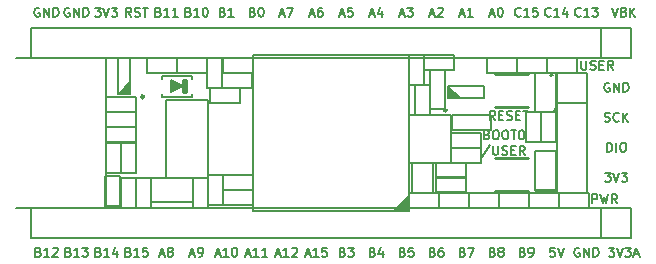
<source format=gbr>
G04 #@! TF.FileFunction,Legend,Top*
%FSLAX46Y46*%
G04 Gerber Fmt 4.6, Leading zero omitted, Abs format (unit mm)*
G04 Created by KiCad (PCBNEW 4.0.7-e2-6376~58~ubuntu16.04.1) date Sun Feb  4 19:42:12 2018*
%MOMM*%
%LPD*%
G01*
G04 APERTURE LIST*
%ADD10C,0.100000*%
%ADD11C,0.162560*%
%ADD12C,0.254000*%
%ADD13C,0.127000*%
G04 APERTURE END LIST*
D10*
D11*
X50405454Y22013650D02*
X50662841Y21241490D01*
X50920227Y22013650D01*
X51435000Y21645954D02*
X51545309Y21609185D01*
X51582078Y21572415D01*
X51618848Y21498876D01*
X51618848Y21388568D01*
X51582078Y21315029D01*
X51545309Y21278259D01*
X51471770Y21241490D01*
X51177614Y21241490D01*
X51177614Y22013650D01*
X51435000Y22013650D01*
X51508539Y21976880D01*
X51545309Y21940110D01*
X51582078Y21866571D01*
X51582078Y21793032D01*
X51545309Y21719493D01*
X51508539Y21682724D01*
X51435000Y21645954D01*
X51177614Y21645954D01*
X51949774Y21241490D02*
X51949774Y22013650D01*
X52391008Y21241490D02*
X52060082Y21682724D01*
X52391008Y22013650D02*
X51949774Y21572415D01*
X47763612Y21314229D02*
X47726842Y21277459D01*
X47616534Y21240690D01*
X47542995Y21240690D01*
X47432686Y21277459D01*
X47359147Y21350998D01*
X47322378Y21424537D01*
X47285608Y21571615D01*
X47285608Y21681924D01*
X47322378Y21829002D01*
X47359147Y21902541D01*
X47432686Y21976080D01*
X47542995Y22012850D01*
X47616534Y22012850D01*
X47726842Y21976080D01*
X47763612Y21939310D01*
X48499002Y21240690D02*
X48057768Y21240690D01*
X48278385Y21240690D02*
X48278385Y22012850D01*
X48204846Y21902541D01*
X48131307Y21829002D01*
X48057768Y21792232D01*
X48756389Y22012850D02*
X49234392Y22012850D01*
X48977006Y21718693D01*
X49087314Y21718693D01*
X49160853Y21681924D01*
X49197623Y21645154D01*
X49234392Y21571615D01*
X49234392Y21387768D01*
X49197623Y21314229D01*
X49160853Y21277459D01*
X49087314Y21240690D01*
X48866697Y21240690D01*
X48793158Y21277459D01*
X48756389Y21314229D01*
X45223612Y21314229D02*
X45186842Y21277459D01*
X45076534Y21240690D01*
X45002995Y21240690D01*
X44892686Y21277459D01*
X44819147Y21350998D01*
X44782378Y21424537D01*
X44745608Y21571615D01*
X44745608Y21681924D01*
X44782378Y21829002D01*
X44819147Y21902541D01*
X44892686Y21976080D01*
X45002995Y22012850D01*
X45076534Y22012850D01*
X45186842Y21976080D01*
X45223612Y21939310D01*
X45959002Y21240690D02*
X45517768Y21240690D01*
X45738385Y21240690D02*
X45738385Y22012850D01*
X45664846Y21902541D01*
X45591307Y21829002D01*
X45517768Y21792232D01*
X46620853Y21755463D02*
X46620853Y21240690D01*
X46437006Y22049619D02*
X46253158Y21498076D01*
X46731162Y21498076D01*
X42683612Y21314229D02*
X42646842Y21277459D01*
X42536534Y21240690D01*
X42462995Y21240690D01*
X42352686Y21277459D01*
X42279147Y21350998D01*
X42242378Y21424537D01*
X42205608Y21571615D01*
X42205608Y21681924D01*
X42242378Y21829002D01*
X42279147Y21902541D01*
X42352686Y21976080D01*
X42462995Y22012850D01*
X42536534Y22012850D01*
X42646842Y21976080D01*
X42683612Y21939310D01*
X43419002Y21240690D02*
X42977768Y21240690D01*
X43198385Y21240690D02*
X43198385Y22012850D01*
X43124846Y21902541D01*
X43051307Y21829002D01*
X42977768Y21792232D01*
X44117623Y22012850D02*
X43749928Y22012850D01*
X43713158Y21645154D01*
X43749928Y21681924D01*
X43823467Y21718693D01*
X44007314Y21718693D01*
X44080853Y21681924D01*
X44117623Y21645154D01*
X44154392Y21571615D01*
X44154392Y21387768D01*
X44117623Y21314229D01*
X44080853Y21277459D01*
X44007314Y21240690D01*
X43823467Y21240690D01*
X43749928Y21277459D01*
X43713158Y21314229D01*
X40088458Y21461307D02*
X40456153Y21461307D01*
X40014919Y21240690D02*
X40272306Y22012850D01*
X40529692Y21240690D01*
X40934157Y22012850D02*
X41007696Y22012850D01*
X41081235Y21976080D01*
X41118004Y21939310D01*
X41154774Y21865771D01*
X41191543Y21718693D01*
X41191543Y21534846D01*
X41154774Y21387768D01*
X41118004Y21314229D01*
X41081235Y21277459D01*
X41007696Y21240690D01*
X40934157Y21240690D01*
X40860618Y21277459D01*
X40823848Y21314229D01*
X40787079Y21387768D01*
X40750309Y21534846D01*
X40750309Y21718693D01*
X40787079Y21865771D01*
X40823848Y21939310D01*
X40860618Y21976080D01*
X40934157Y22012850D01*
X37548458Y21461307D02*
X37916153Y21461307D01*
X37474919Y21240690D02*
X37732306Y22012850D01*
X37989692Y21240690D01*
X38651543Y21240690D02*
X38210309Y21240690D01*
X38430926Y21240690D02*
X38430926Y22012850D01*
X38357387Y21902541D01*
X38283848Y21829002D01*
X38210309Y21792232D01*
X35008458Y21461307D02*
X35376153Y21461307D01*
X34934919Y21240690D02*
X35192306Y22012850D01*
X35449692Y21240690D01*
X35670309Y21939310D02*
X35707079Y21976080D01*
X35780618Y22012850D01*
X35964465Y22012850D01*
X36038004Y21976080D01*
X36074774Y21939310D01*
X36111543Y21865771D01*
X36111543Y21792232D01*
X36074774Y21681924D01*
X35633540Y21240690D01*
X36111543Y21240690D01*
X32468458Y21461307D02*
X32836153Y21461307D01*
X32394919Y21240690D02*
X32652306Y22012850D01*
X32909692Y21240690D01*
X33093540Y22012850D02*
X33571543Y22012850D01*
X33314157Y21718693D01*
X33424465Y21718693D01*
X33498004Y21681924D01*
X33534774Y21645154D01*
X33571543Y21571615D01*
X33571543Y21387768D01*
X33534774Y21314229D01*
X33498004Y21277459D01*
X33424465Y21240690D01*
X33203848Y21240690D01*
X33130309Y21277459D01*
X33093540Y21314229D01*
X29928458Y21461307D02*
X30296153Y21461307D01*
X29854919Y21240690D02*
X30112306Y22012850D01*
X30369692Y21240690D01*
X30958004Y21755463D02*
X30958004Y21240690D01*
X30774157Y22049619D02*
X30590309Y21498076D01*
X31068313Y21498076D01*
X27388458Y21461307D02*
X27756153Y21461307D01*
X27314919Y21240690D02*
X27572306Y22012850D01*
X27829692Y21240690D01*
X28454774Y22012850D02*
X28087079Y22012850D01*
X28050309Y21645154D01*
X28087079Y21681924D01*
X28160618Y21718693D01*
X28344465Y21718693D01*
X28418004Y21681924D01*
X28454774Y21645154D01*
X28491543Y21571615D01*
X28491543Y21387768D01*
X28454774Y21314229D01*
X28418004Y21277459D01*
X28344465Y21240690D01*
X28160618Y21240690D01*
X28087079Y21277459D01*
X28050309Y21314229D01*
X24848458Y21461307D02*
X25216153Y21461307D01*
X24774919Y21240690D02*
X25032306Y22012850D01*
X25289692Y21240690D01*
X25878004Y22012850D02*
X25730926Y22012850D01*
X25657387Y21976080D01*
X25620618Y21939310D01*
X25547079Y21829002D01*
X25510309Y21681924D01*
X25510309Y21387768D01*
X25547079Y21314229D01*
X25583848Y21277459D01*
X25657387Y21240690D01*
X25804465Y21240690D01*
X25878004Y21277459D01*
X25914774Y21314229D01*
X25951543Y21387768D01*
X25951543Y21571615D01*
X25914774Y21645154D01*
X25878004Y21681924D01*
X25804465Y21718693D01*
X25657387Y21718693D01*
X25583848Y21681924D01*
X25547079Y21645154D01*
X25510309Y21571615D01*
X22308458Y21461307D02*
X22676153Y21461307D01*
X22234919Y21240690D02*
X22492306Y22012850D01*
X22749692Y21240690D01*
X22933540Y22012850D02*
X23448313Y22012850D01*
X23117387Y21240690D01*
X20007459Y21645154D02*
X20117768Y21608385D01*
X20154537Y21571615D01*
X20191307Y21498076D01*
X20191307Y21387768D01*
X20154537Y21314229D01*
X20117768Y21277459D01*
X20044229Y21240690D01*
X19750073Y21240690D01*
X19750073Y22012850D01*
X20007459Y22012850D01*
X20080998Y21976080D01*
X20117768Y21939310D01*
X20154537Y21865771D01*
X20154537Y21792232D01*
X20117768Y21718693D01*
X20080998Y21681924D01*
X20007459Y21645154D01*
X19750073Y21645154D01*
X20669311Y22012850D02*
X20742850Y22012850D01*
X20816389Y21976080D01*
X20853158Y21939310D01*
X20889928Y21865771D01*
X20926697Y21718693D01*
X20926697Y21534846D01*
X20889928Y21387768D01*
X20853158Y21314229D01*
X20816389Y21277459D01*
X20742850Y21240690D01*
X20669311Y21240690D01*
X20595772Y21277459D01*
X20559002Y21314229D01*
X20522233Y21387768D01*
X20485463Y21534846D01*
X20485463Y21718693D01*
X20522233Y21865771D01*
X20559002Y21939310D01*
X20595772Y21976080D01*
X20669311Y22012850D01*
X17467459Y21645154D02*
X17577768Y21608385D01*
X17614537Y21571615D01*
X17651307Y21498076D01*
X17651307Y21387768D01*
X17614537Y21314229D01*
X17577768Y21277459D01*
X17504229Y21240690D01*
X17210073Y21240690D01*
X17210073Y22012850D01*
X17467459Y22012850D01*
X17540998Y21976080D01*
X17577768Y21939310D01*
X17614537Y21865771D01*
X17614537Y21792232D01*
X17577768Y21718693D01*
X17540998Y21681924D01*
X17467459Y21645154D01*
X17210073Y21645154D01*
X18386697Y21240690D02*
X17945463Y21240690D01*
X18166080Y21240690D02*
X18166080Y22012850D01*
X18092541Y21902541D01*
X18019002Y21829002D01*
X17945463Y21792232D01*
X14559764Y21645154D02*
X14670073Y21608385D01*
X14706842Y21571615D01*
X14743612Y21498076D01*
X14743612Y21387768D01*
X14706842Y21314229D01*
X14670073Y21277459D01*
X14596534Y21240690D01*
X14302378Y21240690D01*
X14302378Y22012850D01*
X14559764Y22012850D01*
X14633303Y21976080D01*
X14670073Y21939310D01*
X14706842Y21865771D01*
X14706842Y21792232D01*
X14670073Y21718693D01*
X14633303Y21681924D01*
X14559764Y21645154D01*
X14302378Y21645154D01*
X15479002Y21240690D02*
X15037768Y21240690D01*
X15258385Y21240690D02*
X15258385Y22012850D01*
X15184846Y21902541D01*
X15111307Y21829002D01*
X15037768Y21792232D01*
X15957006Y22012850D02*
X16030545Y22012850D01*
X16104084Y21976080D01*
X16140853Y21939310D01*
X16177623Y21865771D01*
X16214392Y21718693D01*
X16214392Y21534846D01*
X16177623Y21387768D01*
X16140853Y21314229D01*
X16104084Y21277459D01*
X16030545Y21240690D01*
X15957006Y21240690D01*
X15883467Y21277459D01*
X15846697Y21314229D01*
X15809928Y21387768D01*
X15773158Y21534846D01*
X15773158Y21718693D01*
X15809928Y21865771D01*
X15846697Y21939310D01*
X15883467Y21976080D01*
X15957006Y22012850D01*
X12019764Y21645154D02*
X12130073Y21608385D01*
X12166842Y21571615D01*
X12203612Y21498076D01*
X12203612Y21387768D01*
X12166842Y21314229D01*
X12130073Y21277459D01*
X12056534Y21240690D01*
X11762378Y21240690D01*
X11762378Y22012850D01*
X12019764Y22012850D01*
X12093303Y21976080D01*
X12130073Y21939310D01*
X12166842Y21865771D01*
X12166842Y21792232D01*
X12130073Y21718693D01*
X12093303Y21681924D01*
X12019764Y21645154D01*
X11762378Y21645154D01*
X12939002Y21240690D02*
X12497768Y21240690D01*
X12718385Y21240690D02*
X12718385Y22012850D01*
X12644846Y21902541D01*
X12571307Y21829002D01*
X12497768Y21792232D01*
X13674392Y21240690D02*
X13233158Y21240690D01*
X13453775Y21240690D02*
X13453775Y22012850D01*
X13380236Y21902541D01*
X13306697Y21829002D01*
X13233158Y21792232D01*
X9737151Y21240690D02*
X9479764Y21608385D01*
X9295917Y21240690D02*
X9295917Y22012850D01*
X9590073Y22012850D01*
X9663612Y21976080D01*
X9700381Y21939310D01*
X9737151Y21865771D01*
X9737151Y21755463D01*
X9700381Y21681924D01*
X9663612Y21645154D01*
X9590073Y21608385D01*
X9295917Y21608385D01*
X10031307Y21277459D02*
X10141616Y21240690D01*
X10325463Y21240690D01*
X10399002Y21277459D01*
X10435772Y21314229D01*
X10472541Y21387768D01*
X10472541Y21461307D01*
X10435772Y21534846D01*
X10399002Y21571615D01*
X10325463Y21608385D01*
X10178385Y21645154D01*
X10104846Y21681924D01*
X10068077Y21718693D01*
X10031307Y21792232D01*
X10031307Y21865771D01*
X10068077Y21939310D01*
X10104846Y21976080D01*
X10178385Y22012850D01*
X10362233Y22012850D01*
X10472541Y21976080D01*
X10693158Y22012850D02*
X11134392Y22012850D01*
X10913775Y21240690D02*
X10913775Y22012850D01*
X6663994Y22012850D02*
X7141997Y22012850D01*
X6884611Y21718693D01*
X6994919Y21718693D01*
X7068458Y21681924D01*
X7105228Y21645154D01*
X7141997Y21571615D01*
X7141997Y21387768D01*
X7105228Y21314229D01*
X7068458Y21277459D01*
X6994919Y21240690D01*
X6774302Y21240690D01*
X6700763Y21277459D01*
X6663994Y21314229D01*
X7362614Y22012850D02*
X7620001Y21240690D01*
X7877387Y22012850D01*
X8061235Y22012850D02*
X8539238Y22012850D01*
X8281852Y21718693D01*
X8392160Y21718693D01*
X8465699Y21681924D01*
X8502469Y21645154D01*
X8539238Y21571615D01*
X8539238Y21387768D01*
X8502469Y21314229D01*
X8465699Y21277459D01*
X8392160Y21240690D01*
X8171543Y21240690D01*
X8098004Y21277459D01*
X8061235Y21314229D01*
X4491687Y21976080D02*
X4418148Y22012850D01*
X4307840Y22012850D01*
X4197531Y21976080D01*
X4123992Y21902541D01*
X4087223Y21829002D01*
X4050453Y21681924D01*
X4050453Y21571615D01*
X4087223Y21424537D01*
X4123992Y21350998D01*
X4197531Y21277459D01*
X4307840Y21240690D01*
X4381379Y21240690D01*
X4491687Y21277459D01*
X4528457Y21314229D01*
X4528457Y21571615D01*
X4381379Y21571615D01*
X4859383Y21240690D02*
X4859383Y22012850D01*
X5300617Y21240690D01*
X5300617Y22012850D01*
X5668313Y21240690D02*
X5668313Y22012850D01*
X5852160Y22012850D01*
X5962469Y21976080D01*
X6036008Y21902541D01*
X6072777Y21829002D01*
X6109547Y21681924D01*
X6109547Y21571615D01*
X6072777Y21424537D01*
X6036008Y21350998D01*
X5962469Y21277459D01*
X5852160Y21240690D01*
X5668313Y21240690D01*
X1951687Y21976080D02*
X1878148Y22012850D01*
X1767840Y22012850D01*
X1657531Y21976080D01*
X1583992Y21902541D01*
X1547223Y21829002D01*
X1510453Y21681924D01*
X1510453Y21571615D01*
X1547223Y21424537D01*
X1583992Y21350998D01*
X1657531Y21277459D01*
X1767840Y21240690D01*
X1841379Y21240690D01*
X1951687Y21277459D01*
X1988457Y21314229D01*
X1988457Y21571615D01*
X1841379Y21571615D01*
X2319383Y21240690D02*
X2319383Y22012850D01*
X2760617Y21240690D01*
X2760617Y22012850D01*
X3128313Y21240690D02*
X3128313Y22012850D01*
X3312160Y22012850D01*
X3422469Y21976080D01*
X3496008Y21902541D01*
X3532777Y21829002D01*
X3569547Y21681924D01*
X3569547Y21571615D01*
X3532777Y21424537D01*
X3496008Y21350998D01*
X3422469Y21277459D01*
X3312160Y21240690D01*
X3128313Y21240690D01*
X1859764Y1325154D02*
X1970073Y1288385D01*
X2006842Y1251615D01*
X2043612Y1178076D01*
X2043612Y1067768D01*
X2006842Y994229D01*
X1970073Y957459D01*
X1896534Y920690D01*
X1602378Y920690D01*
X1602378Y1692850D01*
X1859764Y1692850D01*
X1933303Y1656080D01*
X1970073Y1619310D01*
X2006842Y1545771D01*
X2006842Y1472232D01*
X1970073Y1398693D01*
X1933303Y1361924D01*
X1859764Y1325154D01*
X1602378Y1325154D01*
X2779002Y920690D02*
X2337768Y920690D01*
X2558385Y920690D02*
X2558385Y1692850D01*
X2484846Y1582541D01*
X2411307Y1509002D01*
X2337768Y1472232D01*
X3073158Y1619310D02*
X3109928Y1656080D01*
X3183467Y1692850D01*
X3367314Y1692850D01*
X3440853Y1656080D01*
X3477623Y1619310D01*
X3514392Y1545771D01*
X3514392Y1472232D01*
X3477623Y1361924D01*
X3036389Y920690D01*
X3514392Y920690D01*
X4399764Y1325154D02*
X4510073Y1288385D01*
X4546842Y1251615D01*
X4583612Y1178076D01*
X4583612Y1067768D01*
X4546842Y994229D01*
X4510073Y957459D01*
X4436534Y920690D01*
X4142378Y920690D01*
X4142378Y1692850D01*
X4399764Y1692850D01*
X4473303Y1656080D01*
X4510073Y1619310D01*
X4546842Y1545771D01*
X4546842Y1472232D01*
X4510073Y1398693D01*
X4473303Y1361924D01*
X4399764Y1325154D01*
X4142378Y1325154D01*
X5319002Y920690D02*
X4877768Y920690D01*
X5098385Y920690D02*
X5098385Y1692850D01*
X5024846Y1582541D01*
X4951307Y1509002D01*
X4877768Y1472232D01*
X5576389Y1692850D02*
X6054392Y1692850D01*
X5797006Y1398693D01*
X5907314Y1398693D01*
X5980853Y1361924D01*
X6017623Y1325154D01*
X6054392Y1251615D01*
X6054392Y1067768D01*
X6017623Y994229D01*
X5980853Y957459D01*
X5907314Y920690D01*
X5686697Y920690D01*
X5613158Y957459D01*
X5576389Y994229D01*
X6939764Y1325154D02*
X7050073Y1288385D01*
X7086842Y1251615D01*
X7123612Y1178076D01*
X7123612Y1067768D01*
X7086842Y994229D01*
X7050073Y957459D01*
X6976534Y920690D01*
X6682378Y920690D01*
X6682378Y1692850D01*
X6939764Y1692850D01*
X7013303Y1656080D01*
X7050073Y1619310D01*
X7086842Y1545771D01*
X7086842Y1472232D01*
X7050073Y1398693D01*
X7013303Y1361924D01*
X6939764Y1325154D01*
X6682378Y1325154D01*
X7859002Y920690D02*
X7417768Y920690D01*
X7638385Y920690D02*
X7638385Y1692850D01*
X7564846Y1582541D01*
X7491307Y1509002D01*
X7417768Y1472232D01*
X8520853Y1435463D02*
X8520853Y920690D01*
X8337006Y1729619D02*
X8153158Y1178076D01*
X8631162Y1178076D01*
X9479764Y1325154D02*
X9590073Y1288385D01*
X9626842Y1251615D01*
X9663612Y1178076D01*
X9663612Y1067768D01*
X9626842Y994229D01*
X9590073Y957459D01*
X9516534Y920690D01*
X9222378Y920690D01*
X9222378Y1692850D01*
X9479764Y1692850D01*
X9553303Y1656080D01*
X9590073Y1619310D01*
X9626842Y1545771D01*
X9626842Y1472232D01*
X9590073Y1398693D01*
X9553303Y1361924D01*
X9479764Y1325154D01*
X9222378Y1325154D01*
X10399002Y920690D02*
X9957768Y920690D01*
X10178385Y920690D02*
X10178385Y1692850D01*
X10104846Y1582541D01*
X10031307Y1509002D01*
X9957768Y1472232D01*
X11097623Y1692850D02*
X10729928Y1692850D01*
X10693158Y1325154D01*
X10729928Y1361924D01*
X10803467Y1398693D01*
X10987314Y1398693D01*
X11060853Y1361924D01*
X11097623Y1325154D01*
X11134392Y1251615D01*
X11134392Y1067768D01*
X11097623Y994229D01*
X11060853Y957459D01*
X10987314Y920690D01*
X10803467Y920690D01*
X10729928Y957459D01*
X10693158Y994229D01*
X12148458Y1141307D02*
X12516153Y1141307D01*
X12074919Y920690D02*
X12332306Y1692850D01*
X12589692Y920690D01*
X12957387Y1361924D02*
X12883848Y1398693D01*
X12847079Y1435463D01*
X12810309Y1509002D01*
X12810309Y1545771D01*
X12847079Y1619310D01*
X12883848Y1656080D01*
X12957387Y1692850D01*
X13104465Y1692850D01*
X13178004Y1656080D01*
X13214774Y1619310D01*
X13251543Y1545771D01*
X13251543Y1509002D01*
X13214774Y1435463D01*
X13178004Y1398693D01*
X13104465Y1361924D01*
X12957387Y1361924D01*
X12883848Y1325154D01*
X12847079Y1288385D01*
X12810309Y1214846D01*
X12810309Y1067768D01*
X12847079Y994229D01*
X12883848Y957459D01*
X12957387Y920690D01*
X13104465Y920690D01*
X13178004Y957459D01*
X13214774Y994229D01*
X13251543Y1067768D01*
X13251543Y1214846D01*
X13214774Y1288385D01*
X13178004Y1325154D01*
X13104465Y1361924D01*
X14688458Y1141307D02*
X15056153Y1141307D01*
X14614919Y920690D02*
X14872306Y1692850D01*
X15129692Y920690D01*
X15423848Y920690D02*
X15570926Y920690D01*
X15644465Y957459D01*
X15681235Y994229D01*
X15754774Y1104537D01*
X15791543Y1251615D01*
X15791543Y1545771D01*
X15754774Y1619310D01*
X15718004Y1656080D01*
X15644465Y1692850D01*
X15497387Y1692850D01*
X15423848Y1656080D01*
X15387079Y1619310D01*
X15350309Y1545771D01*
X15350309Y1361924D01*
X15387079Y1288385D01*
X15423848Y1251615D01*
X15497387Y1214846D01*
X15644465Y1214846D01*
X15718004Y1251615D01*
X15754774Y1288385D01*
X15791543Y1361924D01*
X16860763Y1141307D02*
X17228458Y1141307D01*
X16787224Y920690D02*
X17044611Y1692850D01*
X17301997Y920690D01*
X17963848Y920690D02*
X17522614Y920690D01*
X17743231Y920690D02*
X17743231Y1692850D01*
X17669692Y1582541D01*
X17596153Y1509002D01*
X17522614Y1472232D01*
X18441852Y1692850D02*
X18515391Y1692850D01*
X18588930Y1656080D01*
X18625699Y1619310D01*
X18662469Y1545771D01*
X18699238Y1398693D01*
X18699238Y1214846D01*
X18662469Y1067768D01*
X18625699Y994229D01*
X18588930Y957459D01*
X18515391Y920690D01*
X18441852Y920690D01*
X18368313Y957459D01*
X18331543Y994229D01*
X18294774Y1067768D01*
X18258004Y1214846D01*
X18258004Y1398693D01*
X18294774Y1545771D01*
X18331543Y1619310D01*
X18368313Y1656080D01*
X18441852Y1692850D01*
X19400763Y1141307D02*
X19768458Y1141307D01*
X19327224Y920690D02*
X19584611Y1692850D01*
X19841997Y920690D01*
X20503848Y920690D02*
X20062614Y920690D01*
X20283231Y920690D02*
X20283231Y1692850D01*
X20209692Y1582541D01*
X20136153Y1509002D01*
X20062614Y1472232D01*
X21239238Y920690D02*
X20798004Y920690D01*
X21018621Y920690D02*
X21018621Y1692850D01*
X20945082Y1582541D01*
X20871543Y1509002D01*
X20798004Y1472232D01*
X21940763Y1141307D02*
X22308458Y1141307D01*
X21867224Y920690D02*
X22124611Y1692850D01*
X22381997Y920690D01*
X23043848Y920690D02*
X22602614Y920690D01*
X22823231Y920690D02*
X22823231Y1692850D01*
X22749692Y1582541D01*
X22676153Y1509002D01*
X22602614Y1472232D01*
X23338004Y1619310D02*
X23374774Y1656080D01*
X23448313Y1692850D01*
X23632160Y1692850D01*
X23705699Y1656080D01*
X23742469Y1619310D01*
X23779238Y1545771D01*
X23779238Y1472232D01*
X23742469Y1361924D01*
X23301235Y920690D01*
X23779238Y920690D01*
X24480763Y1141307D02*
X24848458Y1141307D01*
X24407224Y920690D02*
X24664611Y1692850D01*
X24921997Y920690D01*
X25583848Y920690D02*
X25142614Y920690D01*
X25363231Y920690D02*
X25363231Y1692850D01*
X25289692Y1582541D01*
X25216153Y1509002D01*
X25142614Y1472232D01*
X26282469Y1692850D02*
X25914774Y1692850D01*
X25878004Y1325154D01*
X25914774Y1361924D01*
X25988313Y1398693D01*
X26172160Y1398693D01*
X26245699Y1361924D01*
X26282469Y1325154D01*
X26319238Y1251615D01*
X26319238Y1067768D01*
X26282469Y994229D01*
X26245699Y957459D01*
X26172160Y920690D01*
X25988313Y920690D01*
X25914774Y957459D01*
X25878004Y994229D01*
X27627459Y1325154D02*
X27737768Y1288385D01*
X27774537Y1251615D01*
X27811307Y1178076D01*
X27811307Y1067768D01*
X27774537Y994229D01*
X27737768Y957459D01*
X27664229Y920690D01*
X27370073Y920690D01*
X27370073Y1692850D01*
X27627459Y1692850D01*
X27700998Y1656080D01*
X27737768Y1619310D01*
X27774537Y1545771D01*
X27774537Y1472232D01*
X27737768Y1398693D01*
X27700998Y1361924D01*
X27627459Y1325154D01*
X27370073Y1325154D01*
X28068694Y1692850D02*
X28546697Y1692850D01*
X28289311Y1398693D01*
X28399619Y1398693D01*
X28473158Y1361924D01*
X28509928Y1325154D01*
X28546697Y1251615D01*
X28546697Y1067768D01*
X28509928Y994229D01*
X28473158Y957459D01*
X28399619Y920690D01*
X28179002Y920690D01*
X28105463Y957459D01*
X28068694Y994229D01*
X30167459Y1325154D02*
X30277768Y1288385D01*
X30314537Y1251615D01*
X30351307Y1178076D01*
X30351307Y1067768D01*
X30314537Y994229D01*
X30277768Y957459D01*
X30204229Y920690D01*
X29910073Y920690D01*
X29910073Y1692850D01*
X30167459Y1692850D01*
X30240998Y1656080D01*
X30277768Y1619310D01*
X30314537Y1545771D01*
X30314537Y1472232D01*
X30277768Y1398693D01*
X30240998Y1361924D01*
X30167459Y1325154D01*
X29910073Y1325154D01*
X31013158Y1435463D02*
X31013158Y920690D01*
X30829311Y1729619D02*
X30645463Y1178076D01*
X31123467Y1178076D01*
X32707459Y1325154D02*
X32817768Y1288385D01*
X32854537Y1251615D01*
X32891307Y1178076D01*
X32891307Y1067768D01*
X32854537Y994229D01*
X32817768Y957459D01*
X32744229Y920690D01*
X32450073Y920690D01*
X32450073Y1692850D01*
X32707459Y1692850D01*
X32780998Y1656080D01*
X32817768Y1619310D01*
X32854537Y1545771D01*
X32854537Y1472232D01*
X32817768Y1398693D01*
X32780998Y1361924D01*
X32707459Y1325154D01*
X32450073Y1325154D01*
X33589928Y1692850D02*
X33222233Y1692850D01*
X33185463Y1325154D01*
X33222233Y1361924D01*
X33295772Y1398693D01*
X33479619Y1398693D01*
X33553158Y1361924D01*
X33589928Y1325154D01*
X33626697Y1251615D01*
X33626697Y1067768D01*
X33589928Y994229D01*
X33553158Y957459D01*
X33479619Y920690D01*
X33295772Y920690D01*
X33222233Y957459D01*
X33185463Y994229D01*
X35247459Y1325154D02*
X35357768Y1288385D01*
X35394537Y1251615D01*
X35431307Y1178076D01*
X35431307Y1067768D01*
X35394537Y994229D01*
X35357768Y957459D01*
X35284229Y920690D01*
X34990073Y920690D01*
X34990073Y1692850D01*
X35247459Y1692850D01*
X35320998Y1656080D01*
X35357768Y1619310D01*
X35394537Y1545771D01*
X35394537Y1472232D01*
X35357768Y1398693D01*
X35320998Y1361924D01*
X35247459Y1325154D01*
X34990073Y1325154D01*
X36093158Y1692850D02*
X35946080Y1692850D01*
X35872541Y1656080D01*
X35835772Y1619310D01*
X35762233Y1509002D01*
X35725463Y1361924D01*
X35725463Y1067768D01*
X35762233Y994229D01*
X35799002Y957459D01*
X35872541Y920690D01*
X36019619Y920690D01*
X36093158Y957459D01*
X36129928Y994229D01*
X36166697Y1067768D01*
X36166697Y1251615D01*
X36129928Y1325154D01*
X36093158Y1361924D01*
X36019619Y1398693D01*
X35872541Y1398693D01*
X35799002Y1361924D01*
X35762233Y1325154D01*
X35725463Y1251615D01*
X37787459Y1325154D02*
X37897768Y1288385D01*
X37934537Y1251615D01*
X37971307Y1178076D01*
X37971307Y1067768D01*
X37934537Y994229D01*
X37897768Y957459D01*
X37824229Y920690D01*
X37530073Y920690D01*
X37530073Y1692850D01*
X37787459Y1692850D01*
X37860998Y1656080D01*
X37897768Y1619310D01*
X37934537Y1545771D01*
X37934537Y1472232D01*
X37897768Y1398693D01*
X37860998Y1361924D01*
X37787459Y1325154D01*
X37530073Y1325154D01*
X38228694Y1692850D02*
X38743467Y1692850D01*
X38412541Y920690D01*
X40327459Y1325154D02*
X40437768Y1288385D01*
X40474537Y1251615D01*
X40511307Y1178076D01*
X40511307Y1067768D01*
X40474537Y994229D01*
X40437768Y957459D01*
X40364229Y920690D01*
X40070073Y920690D01*
X40070073Y1692850D01*
X40327459Y1692850D01*
X40400998Y1656080D01*
X40437768Y1619310D01*
X40474537Y1545771D01*
X40474537Y1472232D01*
X40437768Y1398693D01*
X40400998Y1361924D01*
X40327459Y1325154D01*
X40070073Y1325154D01*
X40952541Y1361924D02*
X40879002Y1398693D01*
X40842233Y1435463D01*
X40805463Y1509002D01*
X40805463Y1545771D01*
X40842233Y1619310D01*
X40879002Y1656080D01*
X40952541Y1692850D01*
X41099619Y1692850D01*
X41173158Y1656080D01*
X41209928Y1619310D01*
X41246697Y1545771D01*
X41246697Y1509002D01*
X41209928Y1435463D01*
X41173158Y1398693D01*
X41099619Y1361924D01*
X40952541Y1361924D01*
X40879002Y1325154D01*
X40842233Y1288385D01*
X40805463Y1214846D01*
X40805463Y1067768D01*
X40842233Y994229D01*
X40879002Y957459D01*
X40952541Y920690D01*
X41099619Y920690D01*
X41173158Y957459D01*
X41209928Y994229D01*
X41246697Y1067768D01*
X41246697Y1214846D01*
X41209928Y1288385D01*
X41173158Y1325154D01*
X41099619Y1361924D01*
X42867459Y1325154D02*
X42977768Y1288385D01*
X43014537Y1251615D01*
X43051307Y1178076D01*
X43051307Y1067768D01*
X43014537Y994229D01*
X42977768Y957459D01*
X42904229Y920690D01*
X42610073Y920690D01*
X42610073Y1692850D01*
X42867459Y1692850D01*
X42940998Y1656080D01*
X42977768Y1619310D01*
X43014537Y1545771D01*
X43014537Y1472232D01*
X42977768Y1398693D01*
X42940998Y1361924D01*
X42867459Y1325154D01*
X42610073Y1325154D01*
X43419002Y920690D02*
X43566080Y920690D01*
X43639619Y957459D01*
X43676389Y994229D01*
X43749928Y1104537D01*
X43786697Y1251615D01*
X43786697Y1545771D01*
X43749928Y1619310D01*
X43713158Y1656080D01*
X43639619Y1692850D01*
X43492541Y1692850D01*
X43419002Y1656080D01*
X43382233Y1619310D01*
X43345463Y1545771D01*
X43345463Y1361924D01*
X43382233Y1288385D01*
X43419002Y1251615D01*
X43492541Y1214846D01*
X43639619Y1214846D01*
X43713158Y1251615D01*
X43749928Y1288385D01*
X43786697Y1361924D01*
X45572923Y1692850D02*
X45205228Y1692850D01*
X45168458Y1325154D01*
X45205228Y1361924D01*
X45278767Y1398693D01*
X45462614Y1398693D01*
X45536153Y1361924D01*
X45572923Y1325154D01*
X45609692Y1251615D01*
X45609692Y1067768D01*
X45572923Y994229D01*
X45536153Y957459D01*
X45462614Y920690D01*
X45278767Y920690D01*
X45205228Y957459D01*
X45168458Y994229D01*
X45830309Y1692850D02*
X46087696Y920690D01*
X46345082Y1692850D01*
X47671687Y1656080D02*
X47598148Y1692850D01*
X47487840Y1692850D01*
X47377531Y1656080D01*
X47303992Y1582541D01*
X47267223Y1509002D01*
X47230453Y1361924D01*
X47230453Y1251615D01*
X47267223Y1104537D01*
X47303992Y1030998D01*
X47377531Y957459D01*
X47487840Y920690D01*
X47561379Y920690D01*
X47671687Y957459D01*
X47708457Y994229D01*
X47708457Y1251615D01*
X47561379Y1251615D01*
X48039383Y920690D02*
X48039383Y1692850D01*
X48480617Y920690D01*
X48480617Y1692850D01*
X48848313Y920690D02*
X48848313Y1692850D01*
X49032160Y1692850D01*
X49142469Y1656080D01*
X49216008Y1582541D01*
X49252777Y1509002D01*
X49289547Y1361924D01*
X49289547Y1251615D01*
X49252777Y1104537D01*
X49216008Y1030998D01*
X49142469Y957459D01*
X49032160Y920690D01*
X48848313Y920690D01*
X50148068Y1693650D02*
X50626071Y1693650D01*
X50368685Y1399493D01*
X50478993Y1399493D01*
X50552532Y1362724D01*
X50589302Y1325954D01*
X50626071Y1252415D01*
X50626071Y1068568D01*
X50589302Y995029D01*
X50552532Y958259D01*
X50478993Y921490D01*
X50258376Y921490D01*
X50184837Y958259D01*
X50148068Y995029D01*
X50846688Y1693650D02*
X51104075Y921490D01*
X51361461Y1693650D01*
X51545309Y1693650D02*
X52023312Y1693650D01*
X51765926Y1399493D01*
X51876234Y1399493D01*
X51949773Y1362724D01*
X51986543Y1325954D01*
X52023312Y1252415D01*
X52023312Y1068568D01*
X51986543Y995029D01*
X51949773Y958259D01*
X51876234Y921490D01*
X51655617Y921490D01*
X51582078Y958259D01*
X51545309Y995029D01*
X52317468Y1142107D02*
X52685163Y1142107D01*
X52243929Y921490D02*
X52501316Y1693650D01*
X52758702Y921490D01*
X49843994Y8042850D02*
X50321997Y8042850D01*
X50064611Y7748693D01*
X50174919Y7748693D01*
X50248458Y7711924D01*
X50285228Y7675154D01*
X50321997Y7601615D01*
X50321997Y7417768D01*
X50285228Y7344229D01*
X50248458Y7307459D01*
X50174919Y7270690D01*
X49954302Y7270690D01*
X49880763Y7307459D01*
X49843994Y7344229D01*
X50542614Y8042850D02*
X50800001Y7270690D01*
X51057387Y8042850D01*
X51241235Y8042850D02*
X51719238Y8042850D01*
X51461852Y7748693D01*
X51572160Y7748693D01*
X51645699Y7711924D01*
X51682469Y7675154D01*
X51719238Y7601615D01*
X51719238Y7417768D01*
X51682469Y7344229D01*
X51645699Y7307459D01*
X51572160Y7270690D01*
X51351543Y7270690D01*
X51278004Y7307459D01*
X51241235Y7344229D01*
X50009456Y9810690D02*
X50009456Y10582850D01*
X50193303Y10582850D01*
X50303612Y10546080D01*
X50377151Y10472541D01*
X50413920Y10399002D01*
X50450690Y10251924D01*
X50450690Y10141615D01*
X50413920Y9994537D01*
X50377151Y9920998D01*
X50303612Y9847459D01*
X50193303Y9810690D01*
X50009456Y9810690D01*
X50781616Y9810690D02*
X50781616Y10582850D01*
X51296389Y10582850D02*
X51443467Y10582850D01*
X51517006Y10546080D01*
X51590545Y10472541D01*
X51627314Y10325463D01*
X51627314Y10068076D01*
X51590545Y9920998D01*
X51517006Y9847459D01*
X51443467Y9810690D01*
X51296389Y9810690D01*
X51222850Y9847459D01*
X51149311Y9920998D01*
X51112541Y10068076D01*
X51112541Y10325463D01*
X51149311Y10472541D01*
X51222850Y10546080D01*
X51296389Y10582850D01*
X49807223Y12387459D02*
X49917532Y12350690D01*
X50101379Y12350690D01*
X50174918Y12387459D01*
X50211688Y12424229D01*
X50248457Y12497768D01*
X50248457Y12571307D01*
X50211688Y12644846D01*
X50174918Y12681615D01*
X50101379Y12718385D01*
X49954301Y12755154D01*
X49880762Y12791924D01*
X49843993Y12828693D01*
X49807223Y12902232D01*
X49807223Y12975771D01*
X49843993Y13049310D01*
X49880762Y13086080D01*
X49954301Y13122850D01*
X50138149Y13122850D01*
X50248457Y13086080D01*
X51020617Y12424229D02*
X50983847Y12387459D01*
X50873539Y12350690D01*
X50800000Y12350690D01*
X50689691Y12387459D01*
X50616152Y12460998D01*
X50579383Y12534537D01*
X50542613Y12681615D01*
X50542613Y12791924D01*
X50579383Y12939002D01*
X50616152Y13012541D01*
X50689691Y13086080D01*
X50800000Y13122850D01*
X50873539Y13122850D01*
X50983847Y13086080D01*
X51020617Y13049310D01*
X51351543Y12350690D02*
X51351543Y13122850D01*
X51792777Y12350690D02*
X51461851Y12791924D01*
X51792777Y13122850D02*
X51351543Y12681615D01*
X50211687Y15626080D02*
X50138148Y15662850D01*
X50027840Y15662850D01*
X49917531Y15626080D01*
X49843992Y15552541D01*
X49807223Y15479002D01*
X49770453Y15331924D01*
X49770453Y15221615D01*
X49807223Y15074537D01*
X49843992Y15000998D01*
X49917531Y14927459D01*
X50027840Y14890690D01*
X50101379Y14890690D01*
X50211687Y14927459D01*
X50248457Y14964229D01*
X50248457Y15221615D01*
X50101379Y15221615D01*
X50579383Y14890690D02*
X50579383Y15662850D01*
X51020617Y14890690D01*
X51020617Y15662850D01*
X51388313Y14890690D02*
X51388313Y15662850D01*
X51572160Y15662850D01*
X51682469Y15626080D01*
X51756008Y15552541D01*
X51792777Y15479002D01*
X51829547Y15331924D01*
X51829547Y15221615D01*
X51792777Y15074537D01*
X51756008Y15000998D01*
X51682469Y14927459D01*
X51572160Y14890690D01*
X51388313Y14890690D01*
X40534430Y12489290D02*
X40277043Y12856985D01*
X40093196Y12489290D02*
X40093196Y13261450D01*
X40387352Y13261450D01*
X40460891Y13224680D01*
X40497660Y13187910D01*
X40534430Y13114371D01*
X40534430Y13004063D01*
X40497660Y12930524D01*
X40460891Y12893754D01*
X40387352Y12856985D01*
X40093196Y12856985D01*
X40865356Y12893754D02*
X41122742Y12893754D01*
X41233051Y12489290D02*
X40865356Y12489290D01*
X40865356Y13261450D01*
X41233051Y13261450D01*
X41527207Y12526059D02*
X41637516Y12489290D01*
X41821363Y12489290D01*
X41894902Y12526059D01*
X41931672Y12562829D01*
X41968441Y12636368D01*
X41968441Y12709907D01*
X41931672Y12783446D01*
X41894902Y12820215D01*
X41821363Y12856985D01*
X41674285Y12893754D01*
X41600746Y12930524D01*
X41563977Y12967293D01*
X41527207Y13040832D01*
X41527207Y13114371D01*
X41563977Y13187910D01*
X41600746Y13224680D01*
X41674285Y13261450D01*
X41858133Y13261450D01*
X41968441Y13224680D01*
X42299367Y12893754D02*
X42556753Y12893754D01*
X42667062Y12489290D02*
X42299367Y12489290D01*
X42299367Y13261450D01*
X42667062Y13261450D01*
X42887679Y13261450D02*
X43328913Y13261450D01*
X43108296Y12489290D02*
X43108296Y13261450D01*
X39859273Y11268154D02*
X39969582Y11231385D01*
X40006351Y11194615D01*
X40043121Y11121076D01*
X40043121Y11010768D01*
X40006351Y10937229D01*
X39969582Y10900459D01*
X39896043Y10863690D01*
X39601887Y10863690D01*
X39601887Y11635850D01*
X39859273Y11635850D01*
X39932812Y11599080D01*
X39969582Y11562310D01*
X40006351Y11488771D01*
X40006351Y11415232D01*
X39969582Y11341693D01*
X39932812Y11304924D01*
X39859273Y11268154D01*
X39601887Y11268154D01*
X40521125Y11635850D02*
X40668203Y11635850D01*
X40741742Y11599080D01*
X40815281Y11525541D01*
X40852050Y11378463D01*
X40852050Y11121076D01*
X40815281Y10973998D01*
X40741742Y10900459D01*
X40668203Y10863690D01*
X40521125Y10863690D01*
X40447586Y10900459D01*
X40374047Y10973998D01*
X40337277Y11121076D01*
X40337277Y11378463D01*
X40374047Y11525541D01*
X40447586Y11599080D01*
X40521125Y11635850D01*
X41330055Y11635850D02*
X41477133Y11635850D01*
X41550672Y11599080D01*
X41624211Y11525541D01*
X41660980Y11378463D01*
X41660980Y11121076D01*
X41624211Y10973998D01*
X41550672Y10900459D01*
X41477133Y10863690D01*
X41330055Y10863690D01*
X41256516Y10900459D01*
X41182977Y10973998D01*
X41146207Y11121076D01*
X41146207Y11378463D01*
X41182977Y11525541D01*
X41256516Y11599080D01*
X41330055Y11635850D01*
X41881598Y11635850D02*
X42322832Y11635850D01*
X42102215Y10863690D02*
X42102215Y11635850D01*
X42727297Y11635850D02*
X42800836Y11635850D01*
X42874375Y11599080D01*
X42911144Y11562310D01*
X42947914Y11488771D01*
X42984683Y11341693D01*
X42984683Y11157846D01*
X42947914Y11010768D01*
X42911144Y10937229D01*
X42874375Y10900459D01*
X42800836Y10863690D01*
X42727297Y10863690D01*
X42653758Y10900459D01*
X42616988Y10937229D01*
X42580219Y11010768D01*
X42543449Y11157846D01*
X42543449Y11341693D01*
X42580219Y11488771D01*
X42616988Y11562310D01*
X42653758Y11599080D01*
X42727297Y11635850D01*
X40098275Y10351819D02*
X39436424Y9359042D01*
X40355663Y10315050D02*
X40355663Y9689968D01*
X40392432Y9616429D01*
X40429202Y9579659D01*
X40502741Y9542890D01*
X40649819Y9542890D01*
X40723358Y9579659D01*
X40760127Y9616429D01*
X40796897Y9689968D01*
X40796897Y10315050D01*
X41127823Y9579659D02*
X41238132Y9542890D01*
X41421979Y9542890D01*
X41495518Y9579659D01*
X41532288Y9616429D01*
X41569057Y9689968D01*
X41569057Y9763507D01*
X41532288Y9837046D01*
X41495518Y9873815D01*
X41421979Y9910585D01*
X41274901Y9947354D01*
X41201362Y9984124D01*
X41164593Y10020893D01*
X41127823Y10094432D01*
X41127823Y10167971D01*
X41164593Y10241510D01*
X41201362Y10278280D01*
X41274901Y10315050D01*
X41458749Y10315050D01*
X41569057Y10278280D01*
X41899983Y9947354D02*
X42157369Y9947354D01*
X42267678Y9542890D02*
X41899983Y9542890D01*
X41899983Y10315050D01*
X42267678Y10315050D01*
X43039838Y9542890D02*
X42782451Y9910585D01*
X42598604Y9542890D02*
X42598604Y10315050D01*
X42892760Y10315050D01*
X42966299Y10278280D01*
X43003068Y10241510D01*
X43039838Y10167971D01*
X43039838Y10057663D01*
X43003068Y9984124D01*
X42966299Y9947354D01*
X42892760Y9910585D01*
X42598604Y9910585D01*
X48754454Y5442690D02*
X48754454Y6214850D01*
X49048610Y6214850D01*
X49122149Y6178080D01*
X49158918Y6141310D01*
X49195688Y6067771D01*
X49195688Y5957463D01*
X49158918Y5883924D01*
X49122149Y5847154D01*
X49048610Y5810385D01*
X48754454Y5810385D01*
X49453075Y6214850D02*
X49636922Y5442690D01*
X49784000Y5994232D01*
X49931078Y5442690D01*
X50114926Y6214850D01*
X50850317Y5442690D02*
X50592930Y5810385D01*
X50409083Y5442690D02*
X50409083Y6214850D01*
X50703239Y6214850D01*
X50776778Y6178080D01*
X50813547Y6141310D01*
X50850317Y6067771D01*
X50850317Y5957463D01*
X50813547Y5883924D01*
X50776778Y5847154D01*
X50703239Y5810385D01*
X50409083Y5810385D01*
X47825298Y17517850D02*
X47825298Y16892768D01*
X47862067Y16819229D01*
X47898837Y16782459D01*
X47972376Y16745690D01*
X48119454Y16745690D01*
X48192993Y16782459D01*
X48229762Y16819229D01*
X48266532Y16892768D01*
X48266532Y17517850D01*
X48597458Y16782459D02*
X48707767Y16745690D01*
X48891614Y16745690D01*
X48965153Y16782459D01*
X49001923Y16819229D01*
X49038692Y16892768D01*
X49038692Y16966307D01*
X49001923Y17039846D01*
X48965153Y17076615D01*
X48891614Y17113385D01*
X48744536Y17150154D01*
X48670997Y17186924D01*
X48634228Y17223693D01*
X48597458Y17297232D01*
X48597458Y17370771D01*
X48634228Y17444310D01*
X48670997Y17481080D01*
X48744536Y17517850D01*
X48928384Y17517850D01*
X49038692Y17481080D01*
X49369618Y17150154D02*
X49627004Y17150154D01*
X49737313Y16745690D02*
X49369618Y16745690D01*
X49369618Y17517850D01*
X49737313Y17517850D01*
X50509473Y16745690D02*
X50252086Y17113385D01*
X50068239Y16745690D02*
X50068239Y17517850D01*
X50362395Y17517850D01*
X50435934Y17481080D01*
X50472703Y17444310D01*
X50509473Y17370771D01*
X50509473Y17260463D01*
X50472703Y17186924D01*
X50435934Y17150154D01*
X50362395Y17113385D01*
X50068239Y17113385D01*
D12*
X14351000Y15875000D02*
X14097000Y15875000D01*
X14097000Y15875000D02*
X14097000Y14859000D01*
X14351000Y14859000D02*
X14097000Y14859000D01*
X14351000Y15875000D02*
X14351000Y14859000D01*
D13*
X14859000Y14478000D02*
X12319000Y14478000D01*
X12319000Y16256000D02*
X14859000Y16256000D01*
X14859000Y14732000D02*
X14859000Y14478000D01*
X12319000Y14478000D02*
X12319000Y14732000D01*
X14859000Y16256000D02*
X14859000Y16002000D01*
X12319000Y16256000D02*
X12319000Y16002000D01*
G36*
X13081000Y14859000D02*
X13081000Y15875000D01*
X14097000Y15367000D01*
X13081000Y14859000D01*
X13081000Y14859000D01*
G37*
X13081000Y14859000D02*
X13081000Y15875000D01*
X14097000Y15367000D01*
X13081000Y14859000D01*
X14986000Y7620000D02*
X11430000Y7620000D01*
X11430000Y7620000D02*
X11430000Y5588000D01*
X11430000Y5588000D02*
X14986000Y5588000D01*
X14986000Y5588000D02*
X14986000Y7620000D01*
X45720000Y13208000D02*
X45720000Y16510000D01*
X45720000Y16510000D02*
X43942000Y16510000D01*
X43942000Y16510000D02*
X43942000Y13208000D01*
X45720000Y13208000D02*
X43942000Y13208000D01*
X45148500Y16319500D02*
X45402500Y16319500D01*
X45275500Y16192500D02*
X45275500Y16446500D01*
G36*
X45720000Y13208000D02*
X45720000Y13512800D01*
X45415200Y13208000D01*
X45720000Y13208000D01*
X45720000Y13208000D01*
G37*
X45720000Y13208000D02*
X45720000Y13512800D01*
X45415200Y13208000D01*
X45720000Y13208000D01*
X33528000Y6350000D02*
X33528000Y8890000D01*
X33528000Y8890000D02*
X35306000Y8890000D01*
X35306000Y8890000D02*
X35306000Y6350000D01*
X35306000Y6350000D02*
X33528000Y6350000D01*
X36880800Y11684000D02*
X40182800Y11684000D01*
X40182800Y11684000D02*
X40182800Y12954000D01*
X40182800Y12954000D02*
X36880800Y12954000D01*
X36880800Y12954000D02*
X36880800Y11684000D01*
X36830000Y12954000D02*
X36830000Y8890000D01*
X36830000Y8890000D02*
X33274000Y8890000D01*
X33274000Y8890000D02*
X33274000Y12954000D01*
X33274000Y12954000D02*
X36830000Y12954000D01*
X33274000Y4826000D02*
X20066000Y4826000D01*
X20066000Y4826000D02*
X20066000Y18034000D01*
X20066000Y18034000D02*
X33274000Y18034000D01*
X33274000Y18034000D02*
X33274000Y4826000D01*
G36*
X33274000Y4826000D02*
X33274000Y6096000D01*
X32004000Y4826000D01*
X33274000Y4826000D01*
X33274000Y4826000D01*
G37*
X33274000Y4826000D02*
X33274000Y6096000D01*
X32004000Y4826000D01*
X33274000Y4826000D01*
D12*
X40513000Y9271000D02*
X43307000Y9271000D01*
X40513000Y6477000D02*
X43307000Y6477000D01*
X40513000Y16383000D02*
X43307000Y16383000D01*
X40513000Y13589000D02*
X43307000Y13589000D01*
D13*
X48336200Y16510000D02*
X48336200Y13970000D01*
X48336200Y13970000D02*
X48336200Y6350000D01*
X48336200Y6350000D02*
X45796200Y6350000D01*
X45796200Y6350000D02*
X45796200Y13970000D01*
X45796200Y13970000D02*
X45796200Y16510000D01*
X45796200Y16510000D02*
X48336200Y16510000D01*
X48336200Y13970000D02*
X45796200Y13970000D01*
X35052000Y16764000D02*
X35052000Y13462000D01*
X35052000Y13462000D02*
X36322000Y13462000D01*
X36322000Y13462000D02*
X36322000Y16764000D01*
X36322000Y16764000D02*
X35052000Y16764000D01*
X16256000Y7620000D02*
X12700000Y7620000D01*
X12700000Y7620000D02*
X12700000Y14224000D01*
X12700000Y14224000D02*
X16256000Y14224000D01*
X16256000Y14224000D02*
X16256000Y7620000D01*
X36576000Y14351000D02*
X39624000Y14351000D01*
X39624000Y14351000D02*
X39624000Y15367000D01*
X39624000Y15367000D02*
X36576000Y15367000D01*
X36576000Y15367000D02*
X36576000Y14351000D01*
D10*
G36*
X36576000Y14351000D02*
X37719000Y14351000D01*
X36576000Y15367000D01*
X36576000Y14351000D01*
G37*
D12*
X36449000Y13335000D02*
G75*
G03X36449000Y13335000I-127000J0D01*
G01*
D13*
X9652000Y14732000D02*
X9652000Y17780000D01*
X9652000Y17780000D02*
X8636000Y17780000D01*
X8636000Y17780000D02*
X8636000Y14732000D01*
X8636000Y14732000D02*
X9652000Y14732000D01*
D10*
G36*
X9652000Y14732000D02*
X9652000Y15875000D01*
X8636000Y14732000D01*
X9652000Y14732000D01*
G37*
D12*
X10795000Y14478000D02*
G75*
G03X10795000Y14478000I-127000J0D01*
G01*
D13*
X45720000Y6604000D02*
X45720000Y8153400D01*
X45720000Y8153400D02*
X45720000Y8356600D01*
X45720000Y8356600D02*
X45720000Y9906000D01*
X45720000Y9906000D02*
X43942000Y9906000D01*
X43942000Y9906000D02*
X43942000Y8356600D01*
X43942000Y8356600D02*
X43942000Y8153400D01*
X43942000Y8153400D02*
X43942000Y6604000D01*
X43942000Y6604000D02*
X45720000Y6604000D01*
D10*
G36*
X45783500Y6350000D02*
X45783500Y6604000D01*
X43878500Y6604000D01*
X43878500Y6350000D01*
X45783500Y6350000D01*
G37*
D13*
X52070000Y2540000D02*
X49530000Y2540000D01*
X49530000Y2540000D02*
X1270000Y2540000D01*
X1270000Y2540000D02*
X1270000Y5080000D01*
X1270000Y5080000D02*
X49530000Y5080000D01*
X49530000Y5080000D02*
X52070000Y5080000D01*
X52070000Y5080000D02*
X52070000Y2540000D01*
X49530000Y2540000D02*
X49530000Y5080000D01*
X52070000Y17780000D02*
X49530000Y17780000D01*
X49530000Y17780000D02*
X1270000Y17780000D01*
X1270000Y17780000D02*
X1270000Y20320000D01*
X1270000Y20320000D02*
X49530000Y20320000D01*
X49530000Y20320000D02*
X52070000Y20320000D01*
X52070000Y20320000D02*
X52070000Y17780000D01*
X49530000Y17780000D02*
X49530000Y20320000D01*
X20066000Y5334000D02*
X17526000Y5334000D01*
X17526000Y5334000D02*
X17526000Y6604000D01*
X17526000Y6604000D02*
X20066000Y6604000D01*
X20066000Y6604000D02*
X20066000Y5334000D01*
X17526000Y7874000D02*
X20066000Y7874000D01*
X20066000Y7874000D02*
X20066000Y6604000D01*
X20066000Y6604000D02*
X17526000Y6604000D01*
X17526000Y6604000D02*
X17526000Y7874000D01*
X10160000Y7620000D02*
X10160000Y5080000D01*
X10160000Y5080000D02*
X8890000Y5080000D01*
X8890000Y5080000D02*
X8890000Y7620000D01*
X8890000Y7620000D02*
X10160000Y7620000D01*
X16256000Y7620000D02*
X16256000Y5080000D01*
X16256000Y5080000D02*
X14986000Y5080000D01*
X14986000Y5080000D02*
X14986000Y7620000D01*
X14986000Y7620000D02*
X16256000Y7620000D01*
X10160000Y13208000D02*
X7620000Y13208000D01*
X7620000Y13208000D02*
X7620000Y14478000D01*
X7620000Y14478000D02*
X10160000Y14478000D01*
X10160000Y14478000D02*
X10160000Y13208000D01*
X17399000Y16510000D02*
X19939000Y16510000D01*
X19939000Y16510000D02*
X19939000Y15240000D01*
X19939000Y15240000D02*
X17399000Y15240000D01*
X17399000Y15240000D02*
X17399000Y16510000D01*
X20066000Y16510000D02*
X17526000Y16510000D01*
X17526000Y16510000D02*
X17526000Y17780000D01*
X17526000Y17780000D02*
X20066000Y17780000D01*
X20066000Y17780000D02*
X20066000Y16510000D01*
X33274000Y15494000D02*
X33274000Y18034000D01*
X33274000Y18034000D02*
X34544000Y18034000D01*
X34544000Y18034000D02*
X34544000Y15494000D01*
X34544000Y15494000D02*
X33274000Y15494000D01*
X33782000Y12954000D02*
X33782000Y15494000D01*
X33782000Y15494000D02*
X35052000Y15494000D01*
X35052000Y15494000D02*
X35052000Y12954000D01*
X35052000Y12954000D02*
X33782000Y12954000D01*
X34544000Y18034000D02*
X37084000Y18034000D01*
X37084000Y18034000D02*
X37084000Y16764000D01*
X37084000Y16764000D02*
X34544000Y16764000D01*
X34544000Y16764000D02*
X34544000Y18034000D01*
X36830000Y11430000D02*
X39370000Y11430000D01*
X39370000Y11430000D02*
X39370000Y10160000D01*
X39370000Y10160000D02*
X36830000Y10160000D01*
X36830000Y10160000D02*
X36830000Y11430000D01*
X36830000Y10160000D02*
X39370000Y10160000D01*
X39370000Y10160000D02*
X39370000Y8890000D01*
X39370000Y8890000D02*
X36830000Y8890000D01*
X36830000Y8890000D02*
X36830000Y10160000D01*
X35814000Y5080000D02*
X33274000Y5080000D01*
X33274000Y5080000D02*
X33274000Y6350000D01*
X33274000Y6350000D02*
X35814000Y6350000D01*
X35814000Y6350000D02*
X35814000Y5080000D01*
X35560000Y7632700D02*
X38100000Y7632700D01*
X38100000Y7632700D02*
X38100000Y6362700D01*
X38100000Y6362700D02*
X35560000Y6362700D01*
X35560000Y6362700D02*
X35560000Y7632700D01*
X35560000Y8890000D02*
X38100000Y8890000D01*
X38100000Y8890000D02*
X38100000Y7620000D01*
X38100000Y7620000D02*
X35560000Y7620000D01*
X35560000Y7620000D02*
X35560000Y8890000D01*
X43434000Y6350000D02*
X45974000Y6350000D01*
X45974000Y6350000D02*
X45974000Y5080000D01*
X45974000Y5080000D02*
X43434000Y5080000D01*
X43434000Y5080000D02*
X43434000Y6350000D01*
X42418000Y16510000D02*
X39878000Y16510000D01*
X39878000Y16510000D02*
X39878000Y17780000D01*
X39878000Y17780000D02*
X42418000Y17780000D01*
X42418000Y17780000D02*
X42418000Y16510000D01*
X10160000Y5080000D02*
X10160000Y7620000D01*
X10160000Y7620000D02*
X11430000Y7620000D01*
X11430000Y7620000D02*
X11430000Y5080000D01*
X11430000Y5080000D02*
X10160000Y5080000D01*
X13589000Y17780000D02*
X16129000Y17780000D01*
X16129000Y17780000D02*
X16129000Y16510000D01*
X16129000Y16510000D02*
X13589000Y16510000D01*
X13589000Y16510000D02*
X13589000Y17780000D01*
X8890000Y8001000D02*
X8890000Y10541000D01*
X8890000Y10541000D02*
X10160000Y10541000D01*
X10160000Y10541000D02*
X10160000Y8001000D01*
X10160000Y8001000D02*
X8890000Y8001000D01*
X8890000Y10541000D02*
X8890000Y8001000D01*
X8890000Y8001000D02*
X7620000Y8001000D01*
X7620000Y8001000D02*
X7620000Y10541000D01*
X7620000Y10541000D02*
X8890000Y10541000D01*
X7620000Y11887200D02*
X10160000Y11887200D01*
X10160000Y11887200D02*
X10160000Y10617200D01*
X10160000Y10617200D02*
X7620000Y10617200D01*
X7620000Y10617200D02*
X7620000Y11887200D01*
X7620000Y13157200D02*
X10160000Y13157200D01*
X10160000Y13157200D02*
X10160000Y11887200D01*
X10160000Y11887200D02*
X7620000Y11887200D01*
X7620000Y11887200D02*
X7620000Y13157200D01*
X11049000Y17780000D02*
X13589000Y17780000D01*
X13589000Y17780000D02*
X13589000Y16510000D01*
X13589000Y16510000D02*
X11049000Y16510000D01*
X11049000Y16510000D02*
X11049000Y17780000D01*
X17399000Y17780000D02*
X17399000Y15240000D01*
X17399000Y15240000D02*
X16129000Y15240000D01*
X16129000Y15240000D02*
X16129000Y17780000D01*
X16129000Y17780000D02*
X17399000Y17780000D01*
X18923000Y13970000D02*
X16383000Y13970000D01*
X16383000Y13970000D02*
X16383000Y15240000D01*
X16383000Y15240000D02*
X18923000Y15240000D01*
X18923000Y15240000D02*
X18923000Y13970000D01*
X38354000Y5080000D02*
X35814000Y5080000D01*
X35814000Y5080000D02*
X35814000Y6350000D01*
X35814000Y6350000D02*
X38354000Y6350000D01*
X38354000Y6350000D02*
X38354000Y5080000D01*
X40894000Y5080000D02*
X38354000Y5080000D01*
X38354000Y5080000D02*
X38354000Y6350000D01*
X38354000Y6350000D02*
X40894000Y6350000D01*
X40894000Y6350000D02*
X40894000Y5080000D01*
X40894000Y6350000D02*
X43434000Y6350000D01*
X43434000Y6350000D02*
X43434000Y5080000D01*
X43434000Y5080000D02*
X40894000Y5080000D01*
X40894000Y5080000D02*
X40894000Y6350000D01*
X44958000Y16510000D02*
X42418000Y16510000D01*
X42418000Y16510000D02*
X42418000Y17780000D01*
X42418000Y17780000D02*
X44958000Y17780000D01*
X44958000Y17780000D02*
X44958000Y16510000D01*
X44450000Y10668000D02*
X44450000Y13208000D01*
X44450000Y13208000D02*
X45720000Y13208000D01*
X45720000Y13208000D02*
X45720000Y10668000D01*
X45720000Y10668000D02*
X44450000Y10668000D01*
X43180000Y10668000D02*
X43180000Y13208000D01*
X43180000Y13208000D02*
X44450000Y13208000D01*
X44450000Y13208000D02*
X44450000Y10668000D01*
X44450000Y10668000D02*
X43180000Y10668000D01*
X47472600Y16510000D02*
X44932600Y16510000D01*
X44932600Y16510000D02*
X44932600Y17780000D01*
X44932600Y17780000D02*
X47472600Y17780000D01*
X47472600Y17780000D02*
X47472600Y16510000D01*
X17526000Y7874000D02*
X17526000Y5334000D01*
X17526000Y5334000D02*
X16256000Y5334000D01*
X16256000Y5334000D02*
X16256000Y7874000D01*
X16256000Y7874000D02*
X17526000Y7874000D01*
X7493000Y5207000D02*
X7493000Y7747000D01*
X7493000Y7747000D02*
X8763000Y7747000D01*
X8763000Y7747000D02*
X8763000Y5207000D01*
X8763000Y5207000D02*
X7493000Y5207000D01*
X45974000Y6350000D02*
X48514000Y6350000D01*
X48514000Y6350000D02*
X48514000Y5080000D01*
X48514000Y5080000D02*
X45974000Y5080000D01*
X45974000Y5080000D02*
X45974000Y6350000D01*
X0Y5080000D02*
X7620000Y5080000D01*
X7620000Y5080000D02*
X7620000Y17780000D01*
X7620000Y17780000D02*
X0Y17780000D01*
M02*

</source>
